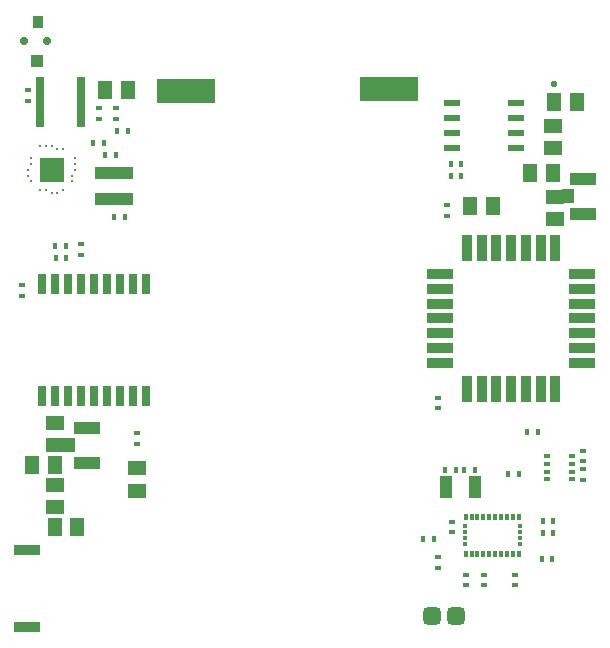
<source format=gbr>
G04*
G04 #@! TF.GenerationSoftware,Altium Limited,Altium Designer,25.8.1 (18)*
G04*
G04 Layer_Color=255*
%FSLAX25Y25*%
%MOIN*%
G70*
G04*
G04 #@! TF.SameCoordinates,505960B2-D5C5-487F-9968-D24D6DC54575*
G04*
G04*
G04 #@! TF.FilePolarity,Positive*
G04*
G01*
G75*
%ADD24R,0.03740X0.04331*%
%ADD25R,0.04331X0.04331*%
%ADD26R,0.05118X0.06299*%
%ADD27R,0.06299X0.05118*%
%ADD28R,0.05750X0.02200*%
%ADD29R,0.08661X0.04134*%
%ADD30R,0.02254X0.01438*%
%ADD31R,0.09055X0.03543*%
%ADD32R,0.03543X0.09055*%
%ADD33R,0.01438X0.02254*%
%ADD34R,0.19685X0.07874*%
%ADD35R,0.01968X0.01378*%
%ADD36R,0.01575X0.01900*%
%ADD37R,0.01500X0.01575*%
G04:AMPARAMS|DCode=38|XSize=59.06mil|YSize=59.06mil|CornerRadius=14.76mil|HoleSize=0mil|Usage=FLASHONLY|Rotation=270.000|XOffset=0mil|YOffset=0mil|HoleType=Round|Shape=RoundedRectangle|*
%AMROUNDEDRECTD38*
21,1,0.05906,0.02953,0,0,270.0*
21,1,0.02953,0.05906,0,0,270.0*
1,1,0.02953,-0.01476,-0.01476*
1,1,0.02953,-0.01476,0.01476*
1,1,0.02953,0.01476,0.01476*
1,1,0.02953,0.01476,-0.01476*
%
%ADD38ROUNDEDRECTD38*%
%ADD39R,0.12598X0.03937*%
%ADD40R,0.04300X0.07500*%
%ADD41R,0.04134X0.03937*%
%ADD42R,0.08503X0.03791*%
G04:AMPARAMS|DCode=43|XSize=19.68mil|YSize=19.68mil|CornerRadius=4.92mil|HoleSize=0mil|Usage=FLASHONLY|Rotation=0.000|XOffset=0mil|YOffset=0mil|HoleType=Round|Shape=RoundedRectangle|*
%AMROUNDEDRECTD43*
21,1,0.01968,0.00984,0,0,0.0*
21,1,0.00984,0.01968,0,0,0.0*
1,1,0.00984,0.00492,-0.00492*
1,1,0.00984,-0.00492,-0.00492*
1,1,0.00984,-0.00492,0.00492*
1,1,0.00984,0.00492,0.00492*
%
%ADD43ROUNDEDRECTD43*%
%ADD44R,0.03937X0.05118*%
%ADD45R,0.01968X0.03937*%
%ADD46R,0.19685X0.07874*%
%ADD49R,0.02756X0.07087*%
%ADD50R,0.03150X0.07087*%
%ADD56C,0.00992*%
%ADD57R,0.08071X0.08071*%
%ADD71R,0.03150X0.16929*%
%ADD73C,0.02756*%
D24*
X9350Y205709D02*
D03*
D25*
X9055Y192717D02*
D03*
D26*
X22307Y37354D02*
D03*
X14827D02*
D03*
X7427Y57954D02*
D03*
X14907D02*
D03*
X173425Y155512D02*
D03*
X180905D02*
D03*
X188779Y179134D02*
D03*
X181299D02*
D03*
X39173Y183071D02*
D03*
X31693D02*
D03*
X160827Y144488D02*
D03*
X153347D02*
D03*
D27*
X181102Y171063D02*
D03*
Y163583D02*
D03*
X14967Y43913D02*
D03*
Y51394D02*
D03*
X181496Y140059D02*
D03*
Y147539D02*
D03*
X15085Y72038D02*
D03*
Y64558D02*
D03*
X42323Y49410D02*
D03*
Y56890D02*
D03*
D28*
X168599Y178661D02*
D03*
X147149Y163661D02*
D03*
Y168661D02*
D03*
Y173661D02*
D03*
Y178661D02*
D03*
X168599Y173661D02*
D03*
Y168661D02*
D03*
Y163661D02*
D03*
D29*
X190945Y141831D02*
D03*
Y153445D02*
D03*
X25537Y70438D02*
D03*
Y58824D02*
D03*
D30*
X190945Y62811D02*
D03*
X142717Y76953D02*
D03*
X190945Y56724D02*
D03*
X157874Y17898D02*
D03*
X151969D02*
D03*
X147244Y39189D02*
D03*
X142717Y23803D02*
D03*
X29528Y173409D02*
D03*
X5906Y183087D02*
D03*
X23622Y131709D02*
D03*
Y128134D02*
D03*
X5906Y179512D02*
D03*
X29528Y176984D02*
D03*
X35433Y173409D02*
D03*
Y176984D02*
D03*
X145669Y141126D02*
D03*
Y144701D02*
D03*
X142717Y27378D02*
D03*
X190945Y53150D02*
D03*
Y59236D02*
D03*
X142717Y80528D02*
D03*
X3937Y114354D02*
D03*
X147244Y35614D02*
D03*
X168307Y21472D02*
D03*
Y17898D02*
D03*
X42323Y65142D02*
D03*
Y68717D02*
D03*
X151969Y21472D02*
D03*
X3937Y117929D02*
D03*
X157874Y21472D02*
D03*
D31*
X190571Y121654D02*
D03*
X143327D02*
D03*
X190571Y116733D02*
D03*
Y101969D02*
D03*
Y92126D02*
D03*
Y106890D02*
D03*
X143327Y101969D02*
D03*
X190571Y97047D02*
D03*
X143327Y106890D02*
D03*
X190571Y111811D02*
D03*
X143327D02*
D03*
Y97047D02*
D03*
Y92126D02*
D03*
Y116733D02*
D03*
D32*
X176792Y130512D02*
D03*
X157106Y83268D02*
D03*
X171870D02*
D03*
X181713Y130512D02*
D03*
X176792Y83268D02*
D03*
X152185D02*
D03*
X181713D02*
D03*
X152185Y130512D02*
D03*
X166949Y83268D02*
D03*
X171870Y130512D02*
D03*
X162028Y83268D02*
D03*
X157106Y130512D02*
D03*
X162028D02*
D03*
X166949D02*
D03*
D33*
X150409Y158465D02*
D03*
X151362Y56299D02*
D03*
X148638D02*
D03*
X180740Y26575D02*
D03*
X39189Y169291D02*
D03*
X31315Y165354D02*
D03*
X35252Y161417D02*
D03*
X34630Y140748D02*
D03*
X18692Y127059D02*
D03*
X18511Y130996D02*
D03*
X31677Y161417D02*
D03*
X146835Y158465D02*
D03*
X15117Y127059D02*
D03*
X35614Y169291D02*
D03*
X27740Y165354D02*
D03*
X38205Y140748D02*
D03*
X181102Y35418D02*
D03*
X177528D02*
D03*
X141157Y33465D02*
D03*
X137583D02*
D03*
X154937Y56299D02*
D03*
X145063D02*
D03*
X14936Y130996D02*
D03*
X172228Y68898D02*
D03*
X169504Y55118D02*
D03*
X175803Y68898D02*
D03*
X165929Y55118D02*
D03*
X150409Y154528D02*
D03*
X181102Y39370D02*
D03*
X146835Y154528D02*
D03*
X177165Y26575D02*
D03*
X177528Y39370D02*
D03*
D34*
X58650Y182852D02*
D03*
D35*
X187106Y55807D02*
D03*
X179035Y53248D02*
D03*
Y55807D02*
D03*
X187106Y53248D02*
D03*
Y58366D02*
D03*
Y60925D02*
D03*
X179035D02*
D03*
Y58366D02*
D03*
D36*
X159700Y40817D02*
D03*
Y28517D02*
D03*
X151826Y40817D02*
D03*
X153794D02*
D03*
X155763D02*
D03*
X157731D02*
D03*
X161669D02*
D03*
X163637D02*
D03*
X165605D02*
D03*
X167574D02*
D03*
X169543D02*
D03*
Y28517D02*
D03*
X167574D02*
D03*
X165605D02*
D03*
X163637D02*
D03*
X161669D02*
D03*
X157731D02*
D03*
X155763D02*
D03*
X153794D02*
D03*
X151826D02*
D03*
D37*
X151584Y37619D02*
D03*
X169784D02*
D03*
Y35651D02*
D03*
Y33682D02*
D03*
Y31714D02*
D03*
X151584D02*
D03*
Y33682D02*
D03*
Y35651D02*
D03*
D38*
X148622Y7874D02*
D03*
X140748D02*
D03*
D39*
X34449Y146850D02*
D03*
Y155512D02*
D03*
D40*
X145200Y50787D02*
D03*
X154800D02*
D03*
D41*
X19533Y64631D02*
D03*
X184941Y147638D02*
D03*
D42*
X5705Y29774D02*
D03*
Y4084D02*
D03*
D43*
X181197Y185039D02*
D03*
D44*
X19467Y64553D02*
D03*
X185800Y147559D02*
D03*
D45*
X14937Y64613D02*
D03*
D46*
X126390Y183289D02*
D03*
D49*
X45400Y118494D02*
D03*
X10754D02*
D03*
Y81093D02*
D03*
X45400D02*
D03*
D50*
X41069Y118494D02*
D03*
X36738D02*
D03*
X32408D02*
D03*
X28077D02*
D03*
X23746D02*
D03*
X19415D02*
D03*
X15085D02*
D03*
Y81093D02*
D03*
X19415D02*
D03*
X23746D02*
D03*
X28077D02*
D03*
X32408D02*
D03*
X36738D02*
D03*
X41069D02*
D03*
D56*
X17717Y163287D02*
D03*
X20571Y154528D02*
D03*
X5866D02*
D03*
X17717Y149705D02*
D03*
X21654Y160433D02*
D03*
Y158465D02*
D03*
Y156496D02*
D03*
X20571Y152559D02*
D03*
X15748Y148622D02*
D03*
X13780D02*
D03*
X11811Y149705D02*
D03*
X9843D02*
D03*
X6988Y152559D02*
D03*
X5866Y156496D02*
D03*
X6988Y158465D02*
D03*
Y160433D02*
D03*
X9843Y164409D02*
D03*
X11811D02*
D03*
X13780D02*
D03*
X15748Y163287D02*
D03*
D57*
X13780Y156496D02*
D03*
D71*
X23622Y179134D02*
D03*
X9843D02*
D03*
D73*
X12402Y199213D02*
D03*
X4528D02*
D03*
M02*

</source>
